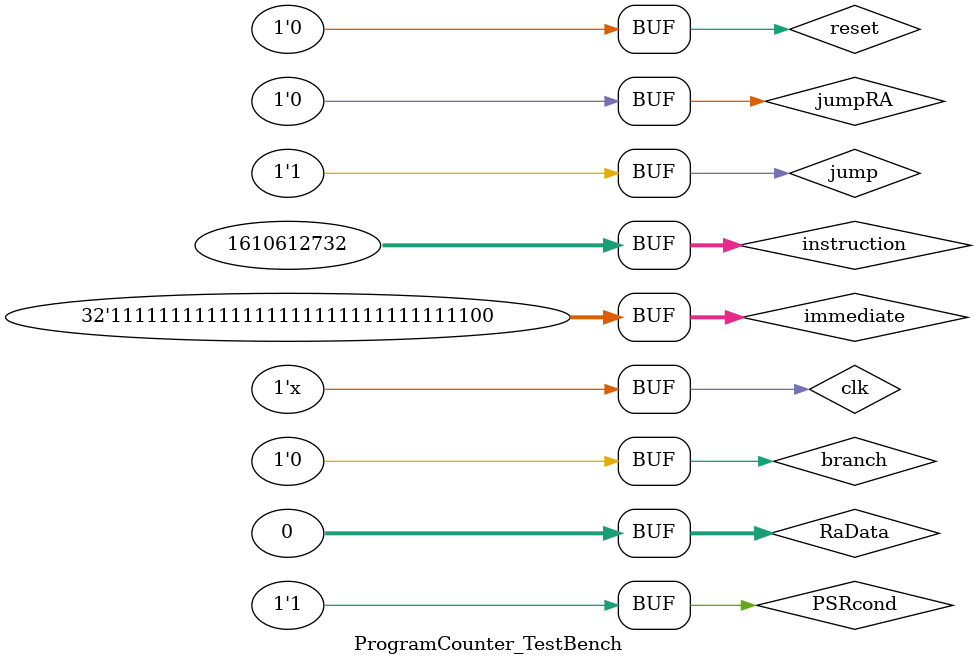
<source format=v>
`timescale 1ns / 1ps


module ProgramCounter_TestBench;

	// Inputs
	reg clk;
	reg reset;
	reg branch;
	reg jump;
	reg jumpRA;
	reg PSRcond;
	reg [31:0] instruction;
	reg [31:0] immediate;
	reg [31:0] RaData;

	// Outputs
	wire [31:0] PC;

	// Instantiate the Unit Under Test (UUT)
	ProgramCounter uut (
		.clk(clk), 
		.reset(reset), 
		.branch(branch), 
		.jump(jump), 
		.jumpRA(jumpRA), 
		.PSRcond(PSRcond), 
		.instruction(instruction), 
		.immediate(immediate), 
		.RaData(RaData), 
		.PC(PC)
	);

	initial begin
		// Initialize Inputs
		clk = 0;
		reset = 1;
		branch = 0;
		jump = 0;
		jumpRA = 0;
		PSRcond = 0;
		instruction = 0;
		immediate = 0;
		RaData = 0;

		// Wait 100 ns for global reset to finish
		#10 reset = 0;
      instruction = 32'b0101_00000_00000_000000000000000100;
		// Add stimulus here
		#20;
		// branch
		branch = 1;
		PSRcond = 1;
		immediate = 32'd11; //+4
		#50;
		immediate = 32'hffff_fffc; //-4
		// jump
		#50;
		branch = 0;
		jump = 1;
		#50;
		//
		instruction = 32'b0101_1111111111111111111111111100; // immediate value of -4
		
		// jumpRA

	end
      
	always #1 clk = ~clk;
	
endmodule


</source>
